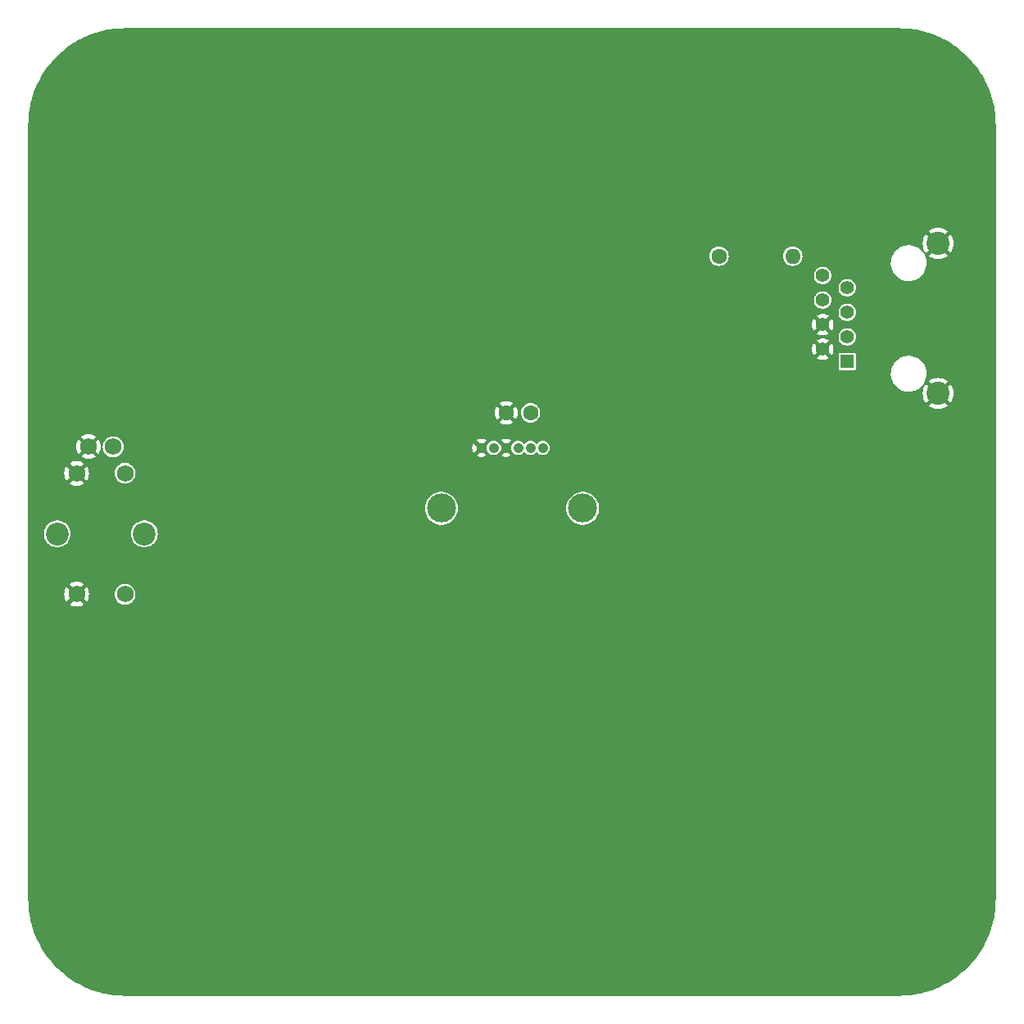
<source format=gbl>
G04 #@! TF.GenerationSoftware,KiCad,Pcbnew,7.0.1*
G04 #@! TF.CreationDate,2024-08-21T15:05:22-07:00*
G04 #@! TF.ProjectId,Dual encoder controller - left,4475616c-2065-46e6-936f-64657220636f,rev?*
G04 #@! TF.SameCoordinates,Original*
G04 #@! TF.FileFunction,Copper,L2,Bot*
G04 #@! TF.FilePolarity,Positive*
%FSLAX46Y46*%
G04 Gerber Fmt 4.6, Leading zero omitted, Abs format (unit mm)*
G04 Created by KiCad (PCBNEW 7.0.1) date 2024-08-21 15:05:22*
%MOMM*%
%LPD*%
G01*
G04 APERTURE LIST*
G04 #@! TA.AperFunction,ComponentPad*
%ADD10C,3.000000*%
G04 #@! TD*
G04 #@! TA.AperFunction,ComponentPad*
%ADD11C,1.070000*%
G04 #@! TD*
G04 #@! TA.AperFunction,WasherPad*
%ADD12C,2.362200*%
G04 #@! TD*
G04 #@! TA.AperFunction,ComponentPad*
%ADD13C,1.752600*%
G04 #@! TD*
G04 #@! TA.AperFunction,ComponentPad*
%ADD14C,1.600000*%
G04 #@! TD*
G04 #@! TA.AperFunction,ComponentPad*
%ADD15O,1.600000X1.600000*%
G04 #@! TD*
G04 #@! TA.AperFunction,ComponentPad*
%ADD16R,1.408000X1.408000*%
G04 #@! TD*
G04 #@! TA.AperFunction,ComponentPad*
%ADD17C,1.408000*%
G04 #@! TD*
G04 #@! TA.AperFunction,ComponentPad*
%ADD18C,2.400000*%
G04 #@! TD*
G04 #@! TA.AperFunction,ViaPad*
%ADD19C,0.800000*%
G04 #@! TD*
G04 APERTURE END LIST*
D10*
X172302500Y-99622300D03*
X157697500Y-99622300D03*
D11*
X168175000Y-93373900D03*
X166905000Y-93373900D03*
X165635000Y-93373900D03*
X164365000Y-93373900D03*
X163095000Y-93373900D03*
X161825000Y-93373900D03*
D12*
X118000002Y-102250000D03*
X127000000Y-102250000D03*
D13*
X120000001Y-108500000D03*
X120000001Y-96000000D03*
X125000001Y-108500000D03*
X125000001Y-96000000D03*
X121230001Y-93250000D03*
X123770001Y-93250000D03*
D14*
X186400000Y-73560000D03*
D15*
X194020000Y-73560000D03*
D16*
X199650000Y-84445000D03*
D17*
X197110000Y-83175000D03*
X199650000Y-81905000D03*
X197110000Y-80635000D03*
X199650000Y-79365000D03*
X197110000Y-78095000D03*
X199650000Y-76825000D03*
X197110000Y-75555000D03*
D18*
X209050000Y-87750000D03*
X209050000Y-72250000D03*
D14*
X164410000Y-89750000D03*
X166910000Y-89750000D03*
D19*
X198790000Y-83050000D03*
X169720000Y-95140000D03*
X142360000Y-75750000D03*
X116030000Y-100730000D03*
X134140000Y-149300000D03*
X116030000Y-93110000D03*
X140560000Y-77550000D03*
X214270000Y-97900000D03*
X197640000Y-149300000D03*
X117140000Y-143720000D03*
X174780000Y-149300000D03*
X151920000Y-149300000D03*
X194180000Y-77050000D03*
X124270000Y-102350000D03*
X116030000Y-103270000D03*
X185330000Y-75570000D03*
X116030000Y-136290000D03*
X167980000Y-94700000D03*
X116030000Y-70250000D03*
X159540000Y-50800000D03*
X116030000Y-133750000D03*
X167380000Y-72820000D03*
X182420000Y-83620000D03*
X145750000Y-74300000D03*
X171150000Y-74300000D03*
X192950000Y-75570000D03*
X187710000Y-78510000D03*
X190550000Y-71590000D03*
X124270000Y-105490000D03*
X192560000Y-50800000D03*
X168980000Y-88890000D03*
X198310000Y-85210000D03*
X131420000Y-88460000D03*
X163530000Y-74300000D03*
X124780000Y-94450000D03*
X184940000Y-50800000D03*
X189060000Y-80220000D03*
X183770000Y-85330000D03*
X192580000Y-83620000D03*
X171670000Y-83760000D03*
X211880000Y-145390000D03*
X126520000Y-149300000D03*
X182400000Y-50800000D03*
X142220000Y-77660000D03*
X168610000Y-74300000D03*
X171460000Y-88870000D03*
X169700000Y-149300000D03*
X116030000Y-115970000D03*
X213650000Y-56620000D03*
X208920000Y-147910000D03*
X177320000Y-50800000D03*
X179910000Y-86810000D03*
X116030000Y-105810000D03*
X169700000Y-50800000D03*
X174020000Y-90840000D03*
X141760000Y-50800000D03*
X214270000Y-123300000D03*
X124270000Y-98920000D03*
X208620000Y-51520000D03*
X136680000Y-50800000D03*
X123980000Y-149300000D03*
X149600000Y-72820000D03*
X116030000Y-65170000D03*
X195100000Y-149290000D03*
X201020000Y-84480000D03*
X166240000Y-77050000D03*
X170830000Y-94030000D03*
X197480000Y-86830000D03*
X202720000Y-149300000D03*
X172440000Y-92420000D03*
X187480000Y-149300000D03*
X175170000Y-75570000D03*
X187870000Y-75570000D03*
X170040000Y-85390000D03*
X157000000Y-50800000D03*
X146840000Y-149300000D03*
X116030000Y-138830000D03*
X116030000Y-82950000D03*
X180090000Y-78510000D03*
X184940000Y-149300000D03*
X190410000Y-75570000D03*
X214270000Y-90280000D03*
X131560000Y-86550000D03*
X177070000Y-85610000D03*
X162300000Y-72820000D03*
X181230000Y-85330000D03*
X123980000Y-50800000D03*
X195330000Y-78510000D03*
X198140000Y-74460000D03*
X187500000Y-83620000D03*
X179860000Y-50800000D03*
X156080000Y-77050000D03*
X161160000Y-77050000D03*
X151920000Y-50800000D03*
X125740000Y-103950000D03*
X149380000Y-149300000D03*
X214270000Y-82660000D03*
X135160000Y-82950000D03*
X155910000Y-74300000D03*
X167160000Y-149300000D03*
X116030000Y-88030000D03*
X172460000Y-72820000D03*
X170590000Y-87280000D03*
X125750000Y-100470000D03*
X144520000Y-72820000D03*
X116030000Y-98190000D03*
X159930000Y-75570000D03*
X214270000Y-138540000D03*
X169340000Y-93340000D03*
X182790000Y-75570000D03*
X175520000Y-79910000D03*
X129760000Y-88350000D03*
X214270000Y-95360000D03*
X147060000Y-72820000D03*
X179880000Y-83620000D03*
X116030000Y-90570000D03*
X168480000Y-86950000D03*
X214270000Y-92820000D03*
X202720000Y-50800000D03*
X135020000Y-84860000D03*
X116030000Y-131210000D03*
X214270000Y-125840000D03*
X168270000Y-92060000D03*
X163120000Y-92090000D03*
X172240000Y-149300000D03*
X214270000Y-133460000D03*
X159760000Y-72820000D03*
X186560000Y-77050000D03*
X190250000Y-78510000D03*
X159540000Y-149300000D03*
X140420000Y-79460000D03*
X167160000Y-50800000D03*
X205260000Y-149300000D03*
X214270000Y-115680000D03*
X188850000Y-85330000D03*
X131540000Y-90500000D03*
X152140000Y-72820000D03*
X184020000Y-77050000D03*
X214270000Y-62340000D03*
X214270000Y-67420000D03*
X157000000Y-149300000D03*
X126210000Y-93750000D03*
X126520000Y-50800000D03*
X214270000Y-128380000D03*
X126160000Y-91950000D03*
X214270000Y-69960000D03*
X152310000Y-75570000D03*
X187480000Y-50800000D03*
X116030000Y-85490000D03*
X195120000Y-83620000D03*
X144240000Y-75720000D03*
X214270000Y-102980000D03*
X178900000Y-80220000D03*
X195810000Y-73020000D03*
X190070000Y-86810000D03*
X129640000Y-86310000D03*
X214270000Y-77580000D03*
X195490000Y-75570000D03*
X160990000Y-74300000D03*
X172170000Y-85700000D03*
X135040000Y-80910000D03*
X150830000Y-74300000D03*
X139220000Y-149300000D03*
X177840000Y-87020000D03*
X116030000Y-123590000D03*
X194140000Y-80220000D03*
X136960000Y-81150000D03*
X170380000Y-92390000D03*
X129060000Y-149300000D03*
X214270000Y-120760000D03*
X138640000Y-77310000D03*
X157220000Y-72820000D03*
X178770000Y-74300000D03*
X140440000Y-75510000D03*
X214270000Y-110600000D03*
X164620000Y-50800000D03*
X197640000Y-50800000D03*
X166520000Y-86800000D03*
X133360000Y-84750000D03*
X116030000Y-80410000D03*
X131600000Y-50800000D03*
X151000000Y-77050000D03*
X167550000Y-75570000D03*
X116030000Y-60090000D03*
X133240000Y-82710000D03*
X191390000Y-85330000D03*
X177340000Y-83620000D03*
X186520000Y-80220000D03*
X168500000Y-84830000D03*
X178940000Y-77050000D03*
X131440000Y-84510000D03*
X146840000Y-50800000D03*
X148290000Y-74300000D03*
X182630000Y-78510000D03*
X116030000Y-108350000D03*
X172630000Y-75570000D03*
X171320000Y-77050000D03*
X124390000Y-91560000D03*
X163870000Y-95180000D03*
X188200000Y-71660000D03*
X126040000Y-89910000D03*
X148460000Y-77050000D03*
X172240000Y-50800000D03*
X187530000Y-86810000D03*
X211490000Y-53420000D03*
X144140000Y-77900000D03*
X171960000Y-90810000D03*
X173840000Y-88940000D03*
X175000000Y-72820000D03*
X141760000Y-149300000D03*
X138740000Y-83300000D03*
X116030000Y-113430000D03*
X173690000Y-79630000D03*
X214270000Y-118220000D03*
X182400000Y-149300000D03*
X193930000Y-85330000D03*
X214270000Y-105520000D03*
X177320000Y-149300000D03*
X201500000Y-82670000D03*
X142340000Y-79700000D03*
X173460000Y-86860000D03*
X125750000Y-97330000D03*
X153370000Y-74300000D03*
X126560000Y-95670000D03*
X136820000Y-83060000D03*
X199840000Y-86830000D03*
X145920000Y-77050000D03*
X190020000Y-50800000D03*
X178690000Y-85330000D03*
X164840000Y-72820000D03*
X157390000Y-75570000D03*
X127820000Y-92060000D03*
X166810000Y-96270000D03*
X119300000Y-146180000D03*
X116030000Y-67710000D03*
X174050000Y-83830000D03*
X195150000Y-86810000D03*
X179860000Y-149300000D03*
X175780000Y-86990000D03*
X205260000Y-50800000D03*
X116030000Y-141370000D03*
X181480000Y-77050000D03*
X182450000Y-86810000D03*
X167150000Y-88300000D03*
X200180000Y-149300000D03*
X170060000Y-83270000D03*
X149770000Y-75570000D03*
X147230000Y-75570000D03*
X171690000Y-81640000D03*
X192560000Y-149290000D03*
X162080000Y-50800000D03*
X195100000Y-50800000D03*
X176230000Y-74300000D03*
X138620000Y-81260000D03*
X136940000Y-85100000D03*
X180080000Y-72820000D03*
X175990000Y-81880000D03*
X173690000Y-74300000D03*
X181310000Y-74300000D03*
X123560000Y-108030000D03*
X175900000Y-88970000D03*
X153540000Y-77050000D03*
X116620000Y-56750000D03*
X144300000Y-149300000D03*
X214270000Y-108060000D03*
X169830000Y-90500000D03*
X189100000Y-77050000D03*
X133220000Y-86660000D03*
X143760000Y-74310000D03*
X214270000Y-64880000D03*
X169920000Y-72820000D03*
X116030000Y-128670000D03*
X214270000Y-75040000D03*
X185170000Y-78510000D03*
X214270000Y-85200000D03*
X200180000Y-50800000D03*
X173860000Y-77050000D03*
X214270000Y-136000000D03*
X127840000Y-88110000D03*
X214270000Y-113140000D03*
X185170000Y-72820000D03*
X214270000Y-87740000D03*
X183980000Y-80220000D03*
X192610000Y-86810000D03*
X154680000Y-72820000D03*
X116030000Y-75330000D03*
X134140000Y-50800000D03*
X165010000Y-75570000D03*
X177540000Y-72820000D03*
X184070000Y-74290000D03*
X121610000Y-148120000D03*
X142390000Y-73590000D03*
X192790000Y-78510000D03*
X184990000Y-86810000D03*
X184960000Y-83620000D03*
X116030000Y-121050000D03*
X158620000Y-77050000D03*
X214270000Y-100440000D03*
X176400000Y-77050000D03*
X214270000Y-72500000D03*
X116030000Y-110890000D03*
X177710000Y-75570000D03*
X174780000Y-50800000D03*
X149380000Y-50800000D03*
X136680000Y-149300000D03*
X170090000Y-75570000D03*
X133340000Y-88700000D03*
X139220000Y-50800000D03*
X135140000Y-86900000D03*
X125750000Y-107180000D03*
X158450000Y-74300000D03*
X181440000Y-80220000D03*
X214270000Y-80120000D03*
X116030000Y-72790000D03*
X180250000Y-75570000D03*
X140540000Y-81500000D03*
X131600000Y-149300000D03*
X214270000Y-59800000D03*
X182620000Y-72820000D03*
X175310000Y-85020000D03*
X129740000Y-92300000D03*
X213770000Y-142190000D03*
X162470000Y-75570000D03*
X127960000Y-90150000D03*
X138760000Y-79350000D03*
X127940000Y-94100000D03*
X196440000Y-85310000D03*
X129620000Y-90260000D03*
X154460000Y-149300000D03*
X186310000Y-85330000D03*
X173670000Y-81750000D03*
X166070000Y-74300000D03*
X168780000Y-77050000D03*
X116030000Y-118510000D03*
X191640000Y-77050000D03*
X154460000Y-50800000D03*
X177550000Y-78510000D03*
X190040000Y-83620000D03*
X116030000Y-126130000D03*
X136840000Y-79110000D03*
X162080000Y-149300000D03*
X120810000Y-51750000D03*
X118150000Y-53890000D03*
X123590000Y-96720000D03*
X193040000Y-71660000D03*
X129060000Y-50800000D03*
X191600000Y-80220000D03*
X144300000Y-50800000D03*
X116030000Y-95650000D03*
X116030000Y-77870000D03*
X165520000Y-94760000D03*
X163700000Y-77050000D03*
X116030000Y-62630000D03*
X154850000Y-75570000D03*
X164620000Y-149300000D03*
X214270000Y-130920000D03*
X190020000Y-149300000D03*
X201800000Y-86040000D03*
G04 #@! TA.AperFunction,Conductor*
G36*
X205001125Y-50000534D02*
G01*
X205413504Y-50012995D01*
X205413504Y-50013018D01*
X205413588Y-50012997D01*
X205414176Y-50013015D01*
X205605455Y-50019027D01*
X205609783Y-50019291D01*
X205957406Y-50050880D01*
X205957660Y-50050970D01*
X205957665Y-50050904D01*
X205957792Y-50050915D01*
X206218924Y-50075600D01*
X206223071Y-50076111D01*
X206554781Y-50126597D01*
X206827763Y-50169833D01*
X206831607Y-50170549D01*
X207153718Y-50239694D01*
X207154037Y-50239764D01*
X207429548Y-50301348D01*
X207433270Y-50302283D01*
X207747233Y-50389807D01*
X207747985Y-50390020D01*
X208022115Y-50469663D01*
X208025585Y-50470765D01*
X208331825Y-50576442D01*
X208332669Y-50576740D01*
X208603165Y-50674124D01*
X208606352Y-50675356D01*
X208904459Y-50798836D01*
X208905378Y-50799225D01*
X209170514Y-50913960D01*
X209173448Y-50915309D01*
X209462621Y-51056107D01*
X209463766Y-51056677D01*
X209721955Y-51188231D01*
X209724661Y-51189683D01*
X210004260Y-51347378D01*
X210005500Y-51348094D01*
X210255438Y-51495907D01*
X210257908Y-51497435D01*
X210527147Y-51671511D01*
X210528392Y-51672337D01*
X210740363Y-51816392D01*
X210768931Y-51835807D01*
X210771169Y-51837389D01*
X211029193Y-52027247D01*
X211030506Y-52028240D01*
X211260544Y-52206676D01*
X211262487Y-52208238D01*
X211508360Y-52413147D01*
X211509878Y-52414449D01*
X211597727Y-52491899D01*
X211728322Y-52607034D01*
X211730101Y-52608653D01*
X211963027Y-52827916D01*
X211964595Y-52829438D01*
X212170560Y-53035403D01*
X212172085Y-53036974D01*
X212391339Y-53269891D01*
X212392964Y-53271676D01*
X212585531Y-53490099D01*
X212586862Y-53491651D01*
X212791750Y-53737499D01*
X212793334Y-53739469D01*
X212971739Y-53969468D01*
X212972772Y-53970832D01*
X213162591Y-54228804D01*
X213164191Y-54231067D01*
X213249537Y-54356649D01*
X213327634Y-54471566D01*
X213328515Y-54472893D01*
X213465099Y-54684146D01*
X213502551Y-54742071D01*
X213504103Y-54744580D01*
X213651883Y-54994462D01*
X213652643Y-54995778D01*
X213810301Y-55275312D01*
X213811781Y-55278070D01*
X213943308Y-55536207D01*
X213943905Y-55537407D01*
X214084673Y-55826515D01*
X214086055Y-55829521D01*
X214200742Y-56094548D01*
X214201195Y-56095618D01*
X214324629Y-56393614D01*
X214325887Y-56396867D01*
X214423243Y-56667286D01*
X214423570Y-56668213D01*
X214529229Y-56974402D01*
X214530339Y-56977896D01*
X214609971Y-57251991D01*
X214610191Y-57252765D01*
X214697715Y-57566728D01*
X214698651Y-57570456D01*
X214760207Y-57845840D01*
X214760341Y-57846452D01*
X214829438Y-58168336D01*
X214830175Y-58172291D01*
X214873373Y-58445038D01*
X214873442Y-58445480D01*
X214923885Y-58776916D01*
X214924399Y-58781086D01*
X214949095Y-59042332D01*
X214949119Y-59042599D01*
X214980705Y-59390195D01*
X214980972Y-59394567D01*
X214987001Y-59586403D01*
X214987002Y-59586494D01*
X214987004Y-59586494D01*
X214999466Y-59998875D01*
X214999500Y-60001110D01*
X214999500Y-139998890D01*
X214999466Y-140001125D01*
X214987007Y-140413416D01*
X214987004Y-140413506D01*
X214980972Y-140605431D01*
X214980705Y-140609803D01*
X214949119Y-140957400D01*
X214949095Y-140957667D01*
X214924399Y-141218912D01*
X214923885Y-141223082D01*
X214873442Y-141554518D01*
X214873373Y-141554960D01*
X214830175Y-141827707D01*
X214829438Y-141831662D01*
X214760341Y-142153546D01*
X214760207Y-142154158D01*
X214698651Y-142429542D01*
X214697715Y-142433270D01*
X214610191Y-142747233D01*
X214609971Y-142748007D01*
X214530339Y-143022102D01*
X214529229Y-143025596D01*
X214423570Y-143331785D01*
X214423243Y-143332712D01*
X214325887Y-143603131D01*
X214324629Y-143606384D01*
X214201195Y-143904380D01*
X214200742Y-143905450D01*
X214086055Y-144170477D01*
X214084673Y-144173483D01*
X213943905Y-144462591D01*
X213943308Y-144463791D01*
X213811781Y-144721928D01*
X213810301Y-144724686D01*
X213652643Y-145004220D01*
X213651883Y-145005536D01*
X213504103Y-145255418D01*
X213502551Y-145257927D01*
X213328543Y-145527062D01*
X213327604Y-145528478D01*
X213164191Y-145768931D01*
X213162591Y-145771194D01*
X212972838Y-146029078D01*
X212971705Y-146030576D01*
X212793354Y-146260504D01*
X212791730Y-146262525D01*
X212586870Y-146508338D01*
X212585531Y-146509899D01*
X212392964Y-146728322D01*
X212391339Y-146730107D01*
X212172117Y-146962991D01*
X212170560Y-146964595D01*
X211964595Y-147170560D01*
X211962991Y-147172117D01*
X211730107Y-147391339D01*
X211728322Y-147392964D01*
X211509899Y-147585531D01*
X211508338Y-147586870D01*
X211262525Y-147791730D01*
X211260504Y-147793354D01*
X211030576Y-147971705D01*
X211029078Y-147972838D01*
X210771194Y-148162591D01*
X210768931Y-148164191D01*
X210528478Y-148327604D01*
X210527062Y-148328543D01*
X210257927Y-148502551D01*
X210255418Y-148504103D01*
X210005536Y-148651883D01*
X210004220Y-148652643D01*
X209724686Y-148810301D01*
X209721928Y-148811781D01*
X209463791Y-148943308D01*
X209462591Y-148943905D01*
X209173483Y-149084673D01*
X209170477Y-149086055D01*
X208905450Y-149200742D01*
X208904380Y-149201195D01*
X208606384Y-149324629D01*
X208603131Y-149325887D01*
X208332712Y-149423243D01*
X208331785Y-149423570D01*
X208025596Y-149529229D01*
X208022102Y-149530339D01*
X207748007Y-149609971D01*
X207747233Y-149610191D01*
X207433270Y-149697715D01*
X207429542Y-149698651D01*
X207154158Y-149760207D01*
X207153546Y-149760341D01*
X206831662Y-149829438D01*
X206827707Y-149830175D01*
X206554960Y-149873373D01*
X206554518Y-149873442D01*
X206223082Y-149923885D01*
X206218912Y-149924399D01*
X205957667Y-149949095D01*
X205957400Y-149949119D01*
X205609803Y-149980705D01*
X205605431Y-149980972D01*
X205413595Y-149987001D01*
X205413505Y-149987004D01*
X205001125Y-149999466D01*
X204998890Y-149999500D01*
X125001110Y-149999500D01*
X124998875Y-149999466D01*
X124586493Y-149987004D01*
X124586403Y-149987001D01*
X124394567Y-149980972D01*
X124390195Y-149980705D01*
X124042598Y-149949119D01*
X124042339Y-149949011D01*
X124042332Y-149949095D01*
X123781086Y-149924399D01*
X123776916Y-149923885D01*
X123445480Y-149873442D01*
X123445038Y-149873373D01*
X123172291Y-149830175D01*
X123168336Y-149829438D01*
X122846452Y-149760341D01*
X122845840Y-149760207D01*
X122570456Y-149698651D01*
X122566728Y-149697715D01*
X122252765Y-149610191D01*
X122251991Y-149609971D01*
X121977896Y-149530339D01*
X121974402Y-149529229D01*
X121668213Y-149423570D01*
X121667286Y-149423243D01*
X121396867Y-149325887D01*
X121393614Y-149324629D01*
X121095618Y-149201195D01*
X121094548Y-149200742D01*
X120829521Y-149086055D01*
X120826515Y-149084673D01*
X120537407Y-148943905D01*
X120536207Y-148943308D01*
X120278070Y-148811781D01*
X120275312Y-148810301D01*
X119995778Y-148652643D01*
X119994462Y-148651883D01*
X119744580Y-148504103D01*
X119742071Y-148502551D01*
X119586410Y-148401909D01*
X119472893Y-148328515D01*
X119471566Y-148327634D01*
X119356649Y-148249537D01*
X119231067Y-148164191D01*
X119228804Y-148162591D01*
X118970832Y-147972772D01*
X118969468Y-147971739D01*
X118739469Y-147793334D01*
X118737499Y-147791750D01*
X118491651Y-147586862D01*
X118490099Y-147585531D01*
X118271676Y-147392964D01*
X118269891Y-147391339D01*
X118157028Y-147285097D01*
X118036974Y-147172085D01*
X118035403Y-147170560D01*
X117829438Y-146964595D01*
X117827916Y-146963027D01*
X117608653Y-146730101D01*
X117607034Y-146728322D01*
X117414467Y-146509899D01*
X117413147Y-146508360D01*
X117208238Y-146262487D01*
X117206676Y-146260544D01*
X117028240Y-146030506D01*
X117027247Y-146029193D01*
X116837389Y-145771169D01*
X116835807Y-145768931D01*
X116816392Y-145740363D01*
X116672337Y-145528392D01*
X116671511Y-145527147D01*
X116497435Y-145257908D01*
X116495907Y-145255438D01*
X116348094Y-145005500D01*
X116347378Y-145004260D01*
X116189683Y-144724661D01*
X116188231Y-144721955D01*
X116056677Y-144463766D01*
X116056093Y-144462591D01*
X115915309Y-144173448D01*
X115913960Y-144170514D01*
X115799225Y-143905378D01*
X115798836Y-143904459D01*
X115675356Y-143606352D01*
X115674124Y-143603165D01*
X115576740Y-143332669D01*
X115576428Y-143331785D01*
X115552926Y-143263680D01*
X115470765Y-143025585D01*
X115469659Y-143022102D01*
X115390027Y-142748007D01*
X115389807Y-142747233D01*
X115302283Y-142433270D01*
X115301347Y-142429542D01*
X115239764Y-142154037D01*
X115239694Y-142153718D01*
X115170549Y-141831607D01*
X115169833Y-141827763D01*
X115126579Y-141554668D01*
X115076111Y-141223071D01*
X115075599Y-141218912D01*
X115050912Y-140957750D01*
X115019291Y-140609783D01*
X115019027Y-140605453D01*
X115012992Y-140413416D01*
X115000534Y-140001125D01*
X115000500Y-139998890D01*
X115000500Y-109532887D01*
X119249955Y-109532887D01*
X119359411Y-109609529D01*
X119561813Y-109703910D01*
X119777530Y-109761711D01*
X120000001Y-109781175D01*
X120222471Y-109761711D01*
X120438188Y-109703910D01*
X120640590Y-109609529D01*
X120750045Y-109532887D01*
X120000001Y-108782843D01*
X119249955Y-109532887D01*
X115000500Y-109532887D01*
X115000500Y-108500000D01*
X118718825Y-108500000D01*
X118738289Y-108722470D01*
X118796090Y-108938187D01*
X118890471Y-109140589D01*
X118967113Y-109250043D01*
X119717158Y-108500000D01*
X120282844Y-108500000D01*
X121032888Y-109250044D01*
X121109530Y-109140589D01*
X121203911Y-108938187D01*
X121261712Y-108722470D01*
X121281176Y-108500000D01*
X123918587Y-108500000D01*
X123937000Y-108698708D01*
X123991612Y-108890649D01*
X124080565Y-109069292D01*
X124200826Y-109228542D01*
X124200827Y-109228543D01*
X124348304Y-109362986D01*
X124517974Y-109468041D01*
X124704058Y-109540131D01*
X124900221Y-109576800D01*
X125099781Y-109576800D01*
X125295944Y-109540131D01*
X125482028Y-109468041D01*
X125651698Y-109362986D01*
X125799175Y-109228543D01*
X125919437Y-109069291D01*
X126008389Y-108890651D01*
X126063001Y-108698709D01*
X126081414Y-108500000D01*
X126063001Y-108301291D01*
X126008389Y-108109349D01*
X125919437Y-107930709D01*
X125919436Y-107930708D01*
X125919436Y-107930707D01*
X125799175Y-107771457D01*
X125651698Y-107637014D01*
X125482028Y-107531959D01*
X125295943Y-107459868D01*
X125099781Y-107423200D01*
X124900221Y-107423200D01*
X124704058Y-107459868D01*
X124517973Y-107531959D01*
X124348303Y-107637014D01*
X124200826Y-107771457D01*
X124080565Y-107930707D01*
X123991612Y-108109350D01*
X123937000Y-108301291D01*
X123918587Y-108500000D01*
X121281176Y-108500000D01*
X121261712Y-108277529D01*
X121203911Y-108061812D01*
X121109530Y-107859411D01*
X121032888Y-107749955D01*
X120282844Y-108500000D01*
X119717158Y-108500000D01*
X118967113Y-107749955D01*
X118890471Y-107859412D01*
X118796090Y-108061812D01*
X118738289Y-108277529D01*
X118718825Y-108500000D01*
X115000500Y-108500000D01*
X115000500Y-107467112D01*
X119249956Y-107467112D01*
X120000000Y-108217156D01*
X120750045Y-107467111D01*
X120640590Y-107390470D01*
X120438188Y-107296089D01*
X120222471Y-107238288D01*
X120000001Y-107218824D01*
X119777530Y-107238288D01*
X119561813Y-107296089D01*
X119359413Y-107390470D01*
X119249956Y-107467112D01*
X115000500Y-107467112D01*
X115000500Y-102250000D01*
X116613666Y-102250000D01*
X116632574Y-102478179D01*
X116688783Y-102700146D01*
X116780756Y-102909823D01*
X116905988Y-103101505D01*
X117061061Y-103269959D01*
X117241748Y-103410593D01*
X117342433Y-103465080D01*
X117443118Y-103519569D01*
X117659677Y-103593914D01*
X117885519Y-103631600D01*
X118114484Y-103631600D01*
X118114485Y-103631600D01*
X118340327Y-103593914D01*
X118556886Y-103519569D01*
X118758255Y-103410593D01*
X118938941Y-103269960D01*
X119094015Y-103101505D01*
X119219247Y-102909823D01*
X119311222Y-102700142D01*
X119367429Y-102478183D01*
X119386337Y-102250000D01*
X125613664Y-102250000D01*
X125632572Y-102478179D01*
X125688781Y-102700146D01*
X125780754Y-102909823D01*
X125905986Y-103101505D01*
X126061059Y-103269959D01*
X126241746Y-103410593D01*
X126342431Y-103465080D01*
X126443116Y-103519569D01*
X126659675Y-103593914D01*
X126885517Y-103631600D01*
X127114482Y-103631600D01*
X127114483Y-103631600D01*
X127340325Y-103593914D01*
X127556884Y-103519569D01*
X127758253Y-103410593D01*
X127938939Y-103269960D01*
X128094013Y-103101505D01*
X128219245Y-102909823D01*
X128311220Y-102700142D01*
X128367427Y-102478183D01*
X128386335Y-102250000D01*
X128367427Y-102021817D01*
X128311220Y-101799858D01*
X128219245Y-101590177D01*
X128219245Y-101590176D01*
X128094013Y-101398494D01*
X127938940Y-101230040D01*
X127758253Y-101089406D01*
X127556882Y-100980430D01*
X127340328Y-100906087D01*
X127340327Y-100906086D01*
X127340325Y-100906086D01*
X127114483Y-100868400D01*
X126885517Y-100868400D01*
X126659675Y-100906086D01*
X126659673Y-100906086D01*
X126659671Y-100906087D01*
X126443117Y-100980430D01*
X126241746Y-101089406D01*
X126061059Y-101230040D01*
X125905986Y-101398494D01*
X125780754Y-101590176D01*
X125688781Y-101799853D01*
X125632572Y-102021820D01*
X125613664Y-102250000D01*
X119386337Y-102250000D01*
X119367429Y-102021817D01*
X119311222Y-101799858D01*
X119219247Y-101590177D01*
X119219247Y-101590176D01*
X119094015Y-101398494D01*
X118938942Y-101230040D01*
X118758255Y-101089406D01*
X118556884Y-100980430D01*
X118340330Y-100906087D01*
X118340329Y-100906086D01*
X118340327Y-100906086D01*
X118114485Y-100868400D01*
X117885519Y-100868400D01*
X117659677Y-100906086D01*
X117659675Y-100906086D01*
X117659673Y-100906087D01*
X117443119Y-100980430D01*
X117241748Y-101089406D01*
X117061061Y-101230040D01*
X116905988Y-101398494D01*
X116780756Y-101590176D01*
X116688783Y-101799853D01*
X116632574Y-102021820D01*
X116613666Y-102250000D01*
X115000500Y-102250000D01*
X115000500Y-99622300D01*
X155992232Y-99622300D01*
X156011277Y-99876453D01*
X156067992Y-100124937D01*
X156161107Y-100362188D01*
X156288543Y-100582916D01*
X156447445Y-100782173D01*
X156634281Y-100955531D01*
X156844867Y-101099106D01*
X157074498Y-101209690D01*
X157318042Y-101284813D01*
X157570061Y-101322800D01*
X157570065Y-101322800D01*
X157824935Y-101322800D01*
X157824939Y-101322800D01*
X158026553Y-101292410D01*
X158076958Y-101284813D01*
X158320504Y-101209689D01*
X158550134Y-101099105D01*
X158760717Y-100955532D01*
X158947550Y-100782177D01*
X158947550Y-100782175D01*
X158947554Y-100782173D01*
X159106456Y-100582916D01*
X159106456Y-100582915D01*
X159106459Y-100582912D01*
X159233893Y-100362188D01*
X159327008Y-100124937D01*
X159383722Y-99876457D01*
X159402768Y-99622300D01*
X170597232Y-99622300D01*
X170616277Y-99876453D01*
X170672992Y-100124937D01*
X170766107Y-100362188D01*
X170893543Y-100582916D01*
X171052445Y-100782173D01*
X171239281Y-100955531D01*
X171449867Y-101099106D01*
X171679498Y-101209690D01*
X171923042Y-101284813D01*
X172175061Y-101322800D01*
X172175065Y-101322800D01*
X172429935Y-101322800D01*
X172429939Y-101322800D01*
X172631553Y-101292410D01*
X172681958Y-101284813D01*
X172925504Y-101209689D01*
X173155134Y-101099105D01*
X173365717Y-100955532D01*
X173552550Y-100782177D01*
X173552550Y-100782175D01*
X173552554Y-100782173D01*
X173711456Y-100582916D01*
X173711456Y-100582915D01*
X173711459Y-100582912D01*
X173838893Y-100362188D01*
X173932008Y-100124937D01*
X173988722Y-99876457D01*
X174007768Y-99622300D01*
X173988722Y-99368143D01*
X173932008Y-99119663D01*
X173838893Y-98882412D01*
X173711459Y-98661688D01*
X173711458Y-98661687D01*
X173711456Y-98661683D01*
X173552554Y-98462426D01*
X173365718Y-98289068D01*
X173155132Y-98145493D01*
X172925501Y-98034909D01*
X172681957Y-97959786D01*
X172429939Y-97921800D01*
X172429935Y-97921800D01*
X172175065Y-97921800D01*
X172175061Y-97921800D01*
X171923042Y-97959786D01*
X171679498Y-98034909D01*
X171449867Y-98145493D01*
X171239281Y-98289068D01*
X171052445Y-98462426D01*
X170893543Y-98661683D01*
X170766107Y-98882411D01*
X170672992Y-99119662D01*
X170616277Y-99368146D01*
X170597232Y-99622300D01*
X159402768Y-99622300D01*
X159383722Y-99368143D01*
X159327008Y-99119663D01*
X159233893Y-98882412D01*
X159106459Y-98661688D01*
X159106458Y-98661687D01*
X159106456Y-98661683D01*
X158947554Y-98462426D01*
X158760718Y-98289068D01*
X158550132Y-98145493D01*
X158320501Y-98034909D01*
X158076957Y-97959786D01*
X157824939Y-97921800D01*
X157824935Y-97921800D01*
X157570065Y-97921800D01*
X157570061Y-97921800D01*
X157318042Y-97959786D01*
X157074498Y-98034909D01*
X156844867Y-98145493D01*
X156634281Y-98289068D01*
X156447445Y-98462426D01*
X156288543Y-98661683D01*
X156161107Y-98882411D01*
X156067992Y-99119662D01*
X156011277Y-99368146D01*
X155992232Y-99622300D01*
X115000500Y-99622300D01*
X115000500Y-97032887D01*
X119249955Y-97032887D01*
X119359411Y-97109529D01*
X119561813Y-97203910D01*
X119777530Y-97261711D01*
X120000001Y-97281175D01*
X120222471Y-97261711D01*
X120438188Y-97203910D01*
X120640590Y-97109529D01*
X120750045Y-97032887D01*
X120000001Y-96282843D01*
X119249955Y-97032887D01*
X115000500Y-97032887D01*
X115000500Y-95999999D01*
X118718825Y-95999999D01*
X118738289Y-96222470D01*
X118796090Y-96438187D01*
X118890471Y-96640589D01*
X118967113Y-96750043D01*
X119717158Y-96000000D01*
X120282844Y-96000000D01*
X121032888Y-96750044D01*
X121109530Y-96640589D01*
X121203911Y-96438187D01*
X121261712Y-96222470D01*
X121281176Y-96000000D01*
X123918587Y-96000000D01*
X123937000Y-96198708D01*
X123991612Y-96390649D01*
X124080565Y-96569292D01*
X124200826Y-96728542D01*
X124200827Y-96728543D01*
X124348304Y-96862986D01*
X124517974Y-96968041D01*
X124704058Y-97040131D01*
X124900221Y-97076800D01*
X125099781Y-97076800D01*
X125295944Y-97040131D01*
X125482028Y-96968041D01*
X125651698Y-96862986D01*
X125799175Y-96728543D01*
X125919437Y-96569291D01*
X126008389Y-96390651D01*
X126063001Y-96198709D01*
X126081414Y-96000000D01*
X126063001Y-95801291D01*
X126008389Y-95609349D01*
X125919437Y-95430709D01*
X125919436Y-95430708D01*
X125919436Y-95430707D01*
X125799175Y-95271457D01*
X125651698Y-95137014D01*
X125482028Y-95031959D01*
X125295943Y-94959868D01*
X125099781Y-94923200D01*
X124900221Y-94923200D01*
X124704058Y-94959868D01*
X124517973Y-95031959D01*
X124348303Y-95137014D01*
X124200826Y-95271457D01*
X124080565Y-95430707D01*
X123991612Y-95609350D01*
X123937000Y-95801291D01*
X123918587Y-96000000D01*
X121281176Y-96000000D01*
X121281176Y-95999999D01*
X121261712Y-95777529D01*
X121203911Y-95561812D01*
X121109530Y-95359411D01*
X121032888Y-95249955D01*
X120282844Y-96000000D01*
X119717158Y-96000000D01*
X118967113Y-95249955D01*
X118890471Y-95359412D01*
X118796090Y-95561812D01*
X118738289Y-95777529D01*
X118718825Y-95999999D01*
X115000500Y-95999999D01*
X115000500Y-94967112D01*
X119249956Y-94967112D01*
X120000000Y-95717156D01*
X120750045Y-94967111D01*
X120640590Y-94890470D01*
X120438188Y-94796089D01*
X120222471Y-94738288D01*
X120000001Y-94718824D01*
X119777530Y-94738288D01*
X119561813Y-94796089D01*
X119359413Y-94890470D01*
X119249956Y-94967112D01*
X115000500Y-94967112D01*
X115000500Y-94282887D01*
X120479955Y-94282887D01*
X120589411Y-94359529D01*
X120791813Y-94453910D01*
X121007530Y-94511711D01*
X121230001Y-94531175D01*
X121452471Y-94511711D01*
X121668188Y-94453910D01*
X121870590Y-94359529D01*
X121980045Y-94282887D01*
X121230001Y-93532843D01*
X120479955Y-94282887D01*
X115000500Y-94282887D01*
X115000500Y-93250000D01*
X119948825Y-93250000D01*
X119968289Y-93472470D01*
X120026090Y-93688187D01*
X120120471Y-93890589D01*
X120197113Y-94000043D01*
X120947158Y-93250000D01*
X121512844Y-93250000D01*
X122262888Y-94000044D01*
X122339530Y-93890589D01*
X122433911Y-93688187D01*
X122491712Y-93472470D01*
X122511176Y-93250000D01*
X122511176Y-93249999D01*
X122688587Y-93249999D01*
X122707000Y-93448708D01*
X122761612Y-93640649D01*
X122850565Y-93819292D01*
X122951218Y-93952577D01*
X122970827Y-93978543D01*
X123118304Y-94112986D01*
X123287974Y-94218041D01*
X123474058Y-94290131D01*
X123670221Y-94326800D01*
X123869781Y-94326800D01*
X124065944Y-94290131D01*
X124252028Y-94218041D01*
X124342042Y-94162307D01*
X161319433Y-94162307D01*
X161354929Y-94188096D01*
X161534475Y-94268035D01*
X161726728Y-94308900D01*
X161923272Y-94308900D01*
X162115524Y-94268035D01*
X162295071Y-94188096D01*
X162330565Y-94162308D01*
X162330564Y-94162307D01*
X163859433Y-94162307D01*
X163894929Y-94188096D01*
X164074475Y-94268035D01*
X164266728Y-94308900D01*
X164463272Y-94308900D01*
X164655524Y-94268035D01*
X164835071Y-94188096D01*
X164870565Y-94162308D01*
X164365000Y-93656742D01*
X163859433Y-94162307D01*
X162330564Y-94162307D01*
X161825000Y-93656742D01*
X161319433Y-94162307D01*
X124342042Y-94162307D01*
X124421698Y-94112986D01*
X124569175Y-93978543D01*
X124689437Y-93819291D01*
X124778389Y-93640651D01*
X124833001Y-93448709D01*
X124839933Y-93373899D01*
X160884850Y-93373899D01*
X160905395Y-93569370D01*
X160966128Y-93756291D01*
X161037005Y-93879051D01*
X161542157Y-93373900D01*
X162107842Y-93373900D01*
X162420827Y-93686884D01*
X162431158Y-93699839D01*
X162516322Y-93835376D01*
X162633523Y-93952577D01*
X162773860Y-94040757D01*
X162930295Y-94095496D01*
X162930298Y-94095496D01*
X162930300Y-94095497D01*
X163095000Y-94114054D01*
X163259700Y-94095497D01*
X163259702Y-94095496D01*
X163259704Y-94095496D01*
X163416139Y-94040757D01*
X163515153Y-93978542D01*
X163556478Y-93952576D01*
X163673676Y-93835378D01*
X163758844Y-93699834D01*
X163769174Y-93686881D01*
X164082157Y-93373900D01*
X164647842Y-93373900D01*
X164960827Y-93686884D01*
X164971158Y-93699839D01*
X165056322Y-93835376D01*
X165173523Y-93952577D01*
X165313860Y-94040757D01*
X165470295Y-94095496D01*
X165470298Y-94095496D01*
X165470300Y-94095497D01*
X165635000Y-94114054D01*
X165799700Y-94095497D01*
X165799702Y-94095496D01*
X165799704Y-94095496D01*
X165956139Y-94040757D01*
X166055153Y-93978542D01*
X166096478Y-93952576D01*
X166213676Y-93835378D01*
X166213676Y-93835377D01*
X166217674Y-93831380D01*
X166250847Y-93812227D01*
X166289153Y-93812227D01*
X166322326Y-93831380D01*
X166443523Y-93952577D01*
X166583860Y-94040757D01*
X166740295Y-94095496D01*
X166740298Y-94095496D01*
X166740300Y-94095497D01*
X166905000Y-94114054D01*
X167069700Y-94095497D01*
X167069702Y-94095496D01*
X167069704Y-94095496D01*
X167226139Y-94040757D01*
X167325153Y-93978542D01*
X167366478Y-93952576D01*
X167483676Y-93835378D01*
X167483676Y-93835377D01*
X167487674Y-93831380D01*
X167520847Y-93812227D01*
X167559153Y-93812227D01*
X167592326Y-93831380D01*
X167713523Y-93952577D01*
X167853860Y-94040757D01*
X168010295Y-94095496D01*
X168010298Y-94095496D01*
X168010300Y-94095497D01*
X168175000Y-94114054D01*
X168339700Y-94095497D01*
X168339702Y-94095496D01*
X168339704Y-94095496D01*
X168496139Y-94040757D01*
X168595153Y-93978542D01*
X168636478Y-93952576D01*
X168753676Y-93835378D01*
X168841856Y-93695041D01*
X168841857Y-93695039D01*
X168896596Y-93538604D01*
X168896596Y-93538602D01*
X168896597Y-93538600D01*
X168915154Y-93373900D01*
X168896597Y-93209200D01*
X168896596Y-93209198D01*
X168896596Y-93209195D01*
X168841857Y-93052760D01*
X168753677Y-92912423D01*
X168636476Y-92795222D01*
X168496139Y-92707042D01*
X168339704Y-92652303D01*
X168175000Y-92633746D01*
X168010295Y-92652303D01*
X167853860Y-92707042D01*
X167713523Y-92795222D01*
X167592326Y-92916420D01*
X167559153Y-92935573D01*
X167520847Y-92935573D01*
X167487674Y-92916420D01*
X167366476Y-92795222D01*
X167226139Y-92707042D01*
X167069704Y-92652303D01*
X166905000Y-92633746D01*
X166740295Y-92652303D01*
X166583860Y-92707042D01*
X166443523Y-92795222D01*
X166322326Y-92916420D01*
X166289153Y-92935573D01*
X166250847Y-92935573D01*
X166217674Y-92916420D01*
X166096476Y-92795222D01*
X165956139Y-92707042D01*
X165799704Y-92652303D01*
X165635000Y-92633746D01*
X165470295Y-92652303D01*
X165313860Y-92707042D01*
X165173523Y-92795222D01*
X165056322Y-92912423D01*
X164971161Y-93047956D01*
X164960830Y-93060911D01*
X164647842Y-93373900D01*
X164082157Y-93373900D01*
X163769171Y-93060914D01*
X163758839Y-93047958D01*
X163729999Y-93002060D01*
X163673676Y-92912422D01*
X163556478Y-92795224D01*
X163556476Y-92795222D01*
X163416139Y-92707042D01*
X163259704Y-92652303D01*
X163095000Y-92633746D01*
X162930295Y-92652303D01*
X162773860Y-92707042D01*
X162633523Y-92795222D01*
X162516322Y-92912423D01*
X162431161Y-93047956D01*
X162420830Y-93060911D01*
X162107842Y-93373900D01*
X161542157Y-93373900D01*
X161037004Y-92868746D01*
X160966129Y-92991508D01*
X160905395Y-93178429D01*
X160884850Y-93373899D01*
X124839933Y-93373899D01*
X124851414Y-93250000D01*
X124833001Y-93051291D01*
X124778389Y-92859349D01*
X124689437Y-92680709D01*
X124689436Y-92680708D01*
X124689436Y-92680707D01*
X124617532Y-92585491D01*
X161319433Y-92585491D01*
X161824999Y-93091057D01*
X162330565Y-92585491D01*
X163859433Y-92585491D01*
X164364999Y-93091057D01*
X164870565Y-92585491D01*
X164835074Y-92559705D01*
X164655522Y-92479763D01*
X164463272Y-92438900D01*
X164266728Y-92438900D01*
X164074477Y-92479763D01*
X163894925Y-92559705D01*
X163859433Y-92585491D01*
X162330565Y-92585491D01*
X162295074Y-92559705D01*
X162115522Y-92479763D01*
X161923272Y-92438900D01*
X161726728Y-92438900D01*
X161534477Y-92479763D01*
X161354925Y-92559705D01*
X161319433Y-92585491D01*
X124617532Y-92585491D01*
X124569175Y-92521457D01*
X124421698Y-92387014D01*
X124252028Y-92281959D01*
X124065943Y-92209868D01*
X123869781Y-92173200D01*
X123670221Y-92173200D01*
X123474058Y-92209868D01*
X123287973Y-92281959D01*
X123118303Y-92387014D01*
X122970826Y-92521457D01*
X122850565Y-92680707D01*
X122761612Y-92859350D01*
X122707000Y-93051291D01*
X122688587Y-93249999D01*
X122511176Y-93249999D01*
X122491712Y-93027529D01*
X122433911Y-92811812D01*
X122339530Y-92609411D01*
X122262888Y-92499955D01*
X121512844Y-93250000D01*
X120947158Y-93250000D01*
X120197113Y-92499955D01*
X120120471Y-92609412D01*
X120026090Y-92811812D01*
X119968289Y-93027529D01*
X119948825Y-93250000D01*
X115000500Y-93250000D01*
X115000500Y-92217112D01*
X120479956Y-92217112D01*
X121230000Y-92967156D01*
X121980045Y-92217111D01*
X121870590Y-92140470D01*
X121668188Y-92046089D01*
X121452471Y-91988288D01*
X121230000Y-91968824D01*
X121007530Y-91988288D01*
X120791813Y-92046089D01*
X120589413Y-92140470D01*
X120479956Y-92217112D01*
X115000500Y-92217112D01*
X115000500Y-90729841D01*
X163713000Y-90729841D01*
X163872821Y-90828797D01*
X164080198Y-90909136D01*
X164298804Y-90950000D01*
X164521196Y-90950000D01*
X164739801Y-90909136D01*
X164947178Y-90828797D01*
X165106997Y-90729840D01*
X164410000Y-90032843D01*
X163713000Y-90729841D01*
X115000500Y-90729841D01*
X115000500Y-89749999D01*
X163204858Y-89749999D01*
X163225378Y-89971443D01*
X163286238Y-90185345D01*
X163385368Y-90384426D01*
X163431561Y-90445594D01*
X164127157Y-89750000D01*
X164692843Y-89750000D01*
X165388438Y-90445595D01*
X165434631Y-90384426D01*
X165533761Y-90185345D01*
X165594621Y-89971443D01*
X165615141Y-89749999D01*
X165904659Y-89749999D01*
X165923976Y-89946132D01*
X165981186Y-90134728D01*
X166008242Y-90185345D01*
X166074090Y-90308538D01*
X166199117Y-90460883D01*
X166351462Y-90585910D01*
X166525273Y-90678814D01*
X166713868Y-90736024D01*
X166910000Y-90755341D01*
X167106132Y-90736024D01*
X167294727Y-90678814D01*
X167468538Y-90585910D01*
X167620883Y-90460883D01*
X167745910Y-90308538D01*
X167838814Y-90134727D01*
X167896024Y-89946132D01*
X167915341Y-89750000D01*
X167896024Y-89553868D01*
X167838814Y-89365273D01*
X167745910Y-89191462D01*
X167620883Y-89039117D01*
X167591690Y-89015159D01*
X208067681Y-89015159D01*
X208106638Y-89048432D01*
X208321367Y-89180017D01*
X208554046Y-89276397D01*
X208798927Y-89335187D01*
X209050000Y-89354948D01*
X209301072Y-89335187D01*
X209545953Y-89276397D01*
X209778632Y-89180017D01*
X209993365Y-89048430D01*
X210032317Y-89015160D01*
X209050000Y-88032842D01*
X208067681Y-89015159D01*
X167591690Y-89015159D01*
X167468538Y-88914090D01*
X167381632Y-88867637D01*
X167294728Y-88821186D01*
X167106132Y-88763976D01*
X166910000Y-88744659D01*
X166713867Y-88763976D01*
X166525271Y-88821186D01*
X166351462Y-88914090D01*
X166199117Y-89039117D01*
X166074090Y-89191462D01*
X165981186Y-89365271D01*
X165923976Y-89553867D01*
X165904659Y-89749999D01*
X165615141Y-89749999D01*
X165594621Y-89528556D01*
X165533761Y-89314654D01*
X165434631Y-89115573D01*
X165388438Y-89054403D01*
X164692843Y-89750000D01*
X164127157Y-89750000D01*
X163431560Y-89054403D01*
X163385368Y-89115574D01*
X163286238Y-89314654D01*
X163225378Y-89528556D01*
X163204858Y-89749999D01*
X115000500Y-89749999D01*
X115000500Y-88770157D01*
X163713000Y-88770157D01*
X164409999Y-89467156D01*
X165106998Y-88770157D01*
X164947178Y-88671202D01*
X164739801Y-88590863D01*
X164521196Y-88550000D01*
X164298804Y-88550000D01*
X164080198Y-88590863D01*
X163872821Y-88671202D01*
X163713000Y-88770157D01*
X115000500Y-88770157D01*
X115000500Y-87749999D01*
X207445051Y-87749999D01*
X207464812Y-88001072D01*
X207523602Y-88245953D01*
X207619982Y-88478632D01*
X207751569Y-88693364D01*
X207784838Y-88732317D01*
X207784839Y-88732317D01*
X208767157Y-87750000D01*
X209332842Y-87750000D01*
X210315160Y-88732317D01*
X210348430Y-88693365D01*
X210480017Y-88478632D01*
X210576397Y-88245953D01*
X210635187Y-88001072D01*
X210654948Y-87749999D01*
X210635187Y-87498927D01*
X210576397Y-87254046D01*
X210480017Y-87021367D01*
X210348432Y-86806638D01*
X210315159Y-86767681D01*
X209332842Y-87750000D01*
X208767157Y-87750000D01*
X207784838Y-86767681D01*
X207751568Y-86806635D01*
X207619982Y-87021367D01*
X207523602Y-87254046D01*
X207464812Y-87498927D01*
X207445051Y-87749999D01*
X115000500Y-87749999D01*
X115000500Y-85782768D01*
X204145788Y-85782768D01*
X204175413Y-86052015D01*
X204220271Y-86223602D01*
X204243928Y-86314088D01*
X204349870Y-86563390D01*
X204490982Y-86794610D01*
X204664255Y-87002820D01*
X204865998Y-87183582D01*
X205091910Y-87333044D01*
X205224104Y-87395014D01*
X205337178Y-87448021D01*
X205596568Y-87526060D01*
X205864558Y-87565500D01*
X205864561Y-87565500D01*
X206067625Y-87565500D01*
X206067631Y-87565500D01*
X206270156Y-87550677D01*
X206534553Y-87491780D01*
X206787558Y-87395014D01*
X207023777Y-87262441D01*
X207238177Y-87096888D01*
X207426186Y-86901881D01*
X207583799Y-86681579D01*
X207684950Y-86484838D01*
X208067681Y-86484838D01*
X209049999Y-87467157D01*
X210032317Y-86484839D01*
X210032317Y-86484838D01*
X209993364Y-86451569D01*
X209778632Y-86319982D01*
X209545953Y-86223602D01*
X209301072Y-86164812D01*
X209050000Y-86145051D01*
X208798927Y-86164812D01*
X208554046Y-86223602D01*
X208321367Y-86319982D01*
X208106635Y-86451568D01*
X208067681Y-86484838D01*
X207684950Y-86484838D01*
X207707656Y-86440675D01*
X207795118Y-86184305D01*
X207844319Y-85917933D01*
X207854212Y-85647235D01*
X207824586Y-85377982D01*
X207756072Y-85115912D01*
X207650130Y-84866610D01*
X207509018Y-84635390D01*
X207335745Y-84427180D01*
X207134002Y-84246418D01*
X206908090Y-84096956D01*
X206882810Y-84085105D01*
X206662821Y-83981978D01*
X206403431Y-83903939D01*
X206135442Y-83864500D01*
X206135439Y-83864500D01*
X205932369Y-83864500D01*
X205729843Y-83879323D01*
X205729844Y-83879323D01*
X205465443Y-83938221D01*
X205212445Y-84034984D01*
X204976222Y-84167559D01*
X204761820Y-84333114D01*
X204573814Y-84528118D01*
X204416200Y-84748421D01*
X204292345Y-84989321D01*
X204204881Y-85245698D01*
X204155681Y-85512064D01*
X204145788Y-85782768D01*
X115000500Y-85782768D01*
X115000500Y-85168748D01*
X198745500Y-85168748D01*
X198757132Y-85227229D01*
X198757132Y-85227230D01*
X198757133Y-85227231D01*
X198801448Y-85293552D01*
X198867769Y-85337867D01*
X198926252Y-85349500D01*
X200373748Y-85349500D01*
X200432231Y-85337867D01*
X200498552Y-85293552D01*
X200542867Y-85227231D01*
X200554500Y-85168748D01*
X200554500Y-83721252D01*
X200542867Y-83662769D01*
X200498552Y-83596448D01*
X200432231Y-83552133D01*
X200432230Y-83552132D01*
X200432229Y-83552132D01*
X200373748Y-83540500D01*
X198926252Y-83540500D01*
X198867770Y-83552132D01*
X198801448Y-83596448D01*
X198757132Y-83662770D01*
X198745500Y-83721252D01*
X198745500Y-85168748D01*
X115000500Y-85168748D01*
X115000500Y-84085106D01*
X196482735Y-84085106D01*
X196615796Y-84167493D01*
X196806582Y-84241405D01*
X197007699Y-84279000D01*
X197212301Y-84279000D01*
X197413417Y-84241405D01*
X197604203Y-84167493D01*
X197737262Y-84085105D01*
X197110000Y-83457843D01*
X196482735Y-84085106D01*
X115000500Y-84085106D01*
X115000500Y-83175000D01*
X196001269Y-83175000D01*
X196020147Y-83378728D01*
X196076139Y-83575517D01*
X196167339Y-83758672D01*
X196200100Y-83802055D01*
X196827157Y-83175000D01*
X197392843Y-83175000D01*
X198019897Y-83802054D01*
X198052661Y-83758669D01*
X198143860Y-83575517D01*
X198199852Y-83378728D01*
X198218730Y-83175000D01*
X198199852Y-82971271D01*
X198143860Y-82774482D01*
X198052660Y-82591327D01*
X198019898Y-82547943D01*
X197392843Y-83175000D01*
X196827157Y-83175000D01*
X196200100Y-82547943D01*
X196167339Y-82591328D01*
X196076139Y-82774482D01*
X196020147Y-82971271D01*
X196001269Y-83175000D01*
X115000500Y-83175000D01*
X115000500Y-82264892D01*
X196482735Y-82264892D01*
X197109999Y-82892156D01*
X197737263Y-82264892D01*
X197604203Y-82182506D01*
X197413417Y-82108594D01*
X197212301Y-82071000D01*
X197007699Y-82071000D01*
X196806582Y-82108594D01*
X196615796Y-82182506D01*
X196482735Y-82264892D01*
X115000500Y-82264892D01*
X115000500Y-81904999D01*
X198740517Y-81904999D01*
X198760392Y-82094094D01*
X198819145Y-82274918D01*
X198914214Y-82439581D01*
X199041437Y-82580877D01*
X199195259Y-82692636D01*
X199368951Y-82769968D01*
X199368954Y-82769968D01*
X199368955Y-82769969D01*
X199554933Y-82809500D01*
X199745066Y-82809500D01*
X199745067Y-82809500D01*
X199931045Y-82769969D01*
X199931046Y-82769968D01*
X199931048Y-82769968D01*
X200104740Y-82692636D01*
X200258562Y-82580877D01*
X200385785Y-82439581D01*
X200480854Y-82274918D01*
X200539607Y-82094094D01*
X200539608Y-82094092D01*
X200559482Y-81905000D01*
X200539608Y-81715908D01*
X200484111Y-81545106D01*
X200480854Y-81535081D01*
X200385785Y-81370418D01*
X200258562Y-81229122D01*
X200104740Y-81117363D01*
X199931048Y-81040031D01*
X199791561Y-81010382D01*
X199745067Y-81000500D01*
X199554933Y-81000500D01*
X199517737Y-81008406D01*
X199368951Y-81040031D01*
X199195259Y-81117363D01*
X199041437Y-81229122D01*
X198914214Y-81370418D01*
X198819145Y-81535081D01*
X198760392Y-81715905D01*
X198740517Y-81904999D01*
X115000500Y-81904999D01*
X115000500Y-81545106D01*
X196482735Y-81545106D01*
X196615796Y-81627493D01*
X196806582Y-81701405D01*
X197007699Y-81739000D01*
X197212301Y-81739000D01*
X197413417Y-81701405D01*
X197604203Y-81627493D01*
X197737262Y-81545105D01*
X197110000Y-80917843D01*
X196482735Y-81545106D01*
X115000500Y-81545106D01*
X115000500Y-80635000D01*
X196001269Y-80635000D01*
X196020147Y-80838728D01*
X196076139Y-81035517D01*
X196167339Y-81218672D01*
X196200100Y-81262055D01*
X196827157Y-80635000D01*
X197392843Y-80635000D01*
X198019897Y-81262054D01*
X198052661Y-81218669D01*
X198143860Y-81035517D01*
X198199852Y-80838728D01*
X198218730Y-80635000D01*
X198199852Y-80431271D01*
X198143860Y-80234482D01*
X198052660Y-80051327D01*
X198019898Y-80007943D01*
X197392843Y-80635000D01*
X196827157Y-80635000D01*
X196200100Y-80007943D01*
X196167339Y-80051328D01*
X196076139Y-80234482D01*
X196020147Y-80431271D01*
X196001269Y-80635000D01*
X115000500Y-80635000D01*
X115000500Y-79724892D01*
X196482735Y-79724892D01*
X197109999Y-80352156D01*
X197737263Y-79724892D01*
X197604203Y-79642506D01*
X197413417Y-79568594D01*
X197212301Y-79531000D01*
X197007699Y-79531000D01*
X196806582Y-79568594D01*
X196615796Y-79642506D01*
X196482735Y-79724892D01*
X115000500Y-79724892D01*
X115000500Y-79365000D01*
X198740517Y-79365000D01*
X198760392Y-79554094D01*
X198819145Y-79734918D01*
X198914214Y-79899581D01*
X199041437Y-80040877D01*
X199195259Y-80152636D01*
X199368951Y-80229968D01*
X199368954Y-80229968D01*
X199368955Y-80229969D01*
X199554933Y-80269500D01*
X199745066Y-80269500D01*
X199745067Y-80269500D01*
X199931045Y-80229969D01*
X199931046Y-80229968D01*
X199931048Y-80229968D01*
X200104740Y-80152636D01*
X200258562Y-80040877D01*
X200385785Y-79899581D01*
X200480854Y-79734918D01*
X200539607Y-79554094D01*
X200539608Y-79554092D01*
X200559482Y-79365000D01*
X200539608Y-79175908D01*
X200537489Y-79169389D01*
X200480854Y-78995081D01*
X200385785Y-78830418D01*
X200258562Y-78689122D01*
X200104740Y-78577363D01*
X199931048Y-78500031D01*
X199765861Y-78464920D01*
X199745067Y-78460500D01*
X199554933Y-78460500D01*
X199534148Y-78464918D01*
X199368951Y-78500031D01*
X199195259Y-78577363D01*
X199041437Y-78689122D01*
X198914214Y-78830418D01*
X198819145Y-78995081D01*
X198760392Y-79175905D01*
X198740517Y-79365000D01*
X115000500Y-79365000D01*
X115000500Y-78095000D01*
X196200517Y-78095000D01*
X196220392Y-78284094D01*
X196279145Y-78464918D01*
X196374214Y-78629581D01*
X196501437Y-78770877D01*
X196655259Y-78882636D01*
X196828951Y-78959968D01*
X196828954Y-78959968D01*
X196828955Y-78959969D01*
X197014933Y-78999500D01*
X197205066Y-78999500D01*
X197205067Y-78999500D01*
X197391045Y-78959969D01*
X197391046Y-78959968D01*
X197391048Y-78959968D01*
X197564740Y-78882636D01*
X197718562Y-78770877D01*
X197845785Y-78629581D01*
X197875933Y-78577365D01*
X197940853Y-78464920D01*
X197999608Y-78284092D01*
X198019482Y-78095000D01*
X197999608Y-77905908D01*
X197997489Y-77899389D01*
X197940854Y-77725081D01*
X197845785Y-77560418D01*
X197718562Y-77419122D01*
X197564740Y-77307363D01*
X197391048Y-77230031D01*
X197225861Y-77194920D01*
X197205067Y-77190500D01*
X197014933Y-77190500D01*
X196994148Y-77194918D01*
X196828951Y-77230031D01*
X196655259Y-77307363D01*
X196501437Y-77419122D01*
X196374214Y-77560418D01*
X196279145Y-77725081D01*
X196220392Y-77905905D01*
X196200517Y-78095000D01*
X115000500Y-78095000D01*
X115000500Y-76825000D01*
X198740517Y-76825000D01*
X198760392Y-77014094D01*
X198819145Y-77194918D01*
X198914214Y-77359581D01*
X199041437Y-77500877D01*
X199195259Y-77612636D01*
X199368951Y-77689968D01*
X199368954Y-77689968D01*
X199368955Y-77689969D01*
X199554933Y-77729500D01*
X199745066Y-77729500D01*
X199745067Y-77729500D01*
X199931045Y-77689969D01*
X199931046Y-77689968D01*
X199931048Y-77689968D01*
X200104740Y-77612636D01*
X200258562Y-77500877D01*
X200385785Y-77359581D01*
X200415933Y-77307365D01*
X200480853Y-77194920D01*
X200539608Y-77014092D01*
X200559482Y-76825000D01*
X200539608Y-76635908D01*
X200537489Y-76629389D01*
X200480854Y-76455081D01*
X200385785Y-76290418D01*
X200258562Y-76149122D01*
X200104740Y-76037363D01*
X199931048Y-75960031D01*
X199765861Y-75924920D01*
X199745067Y-75920500D01*
X199554933Y-75920500D01*
X199534148Y-75924918D01*
X199368951Y-75960031D01*
X199195259Y-76037363D01*
X199041437Y-76149122D01*
X198914214Y-76290418D01*
X198819145Y-76455081D01*
X198760392Y-76635905D01*
X198740517Y-76825000D01*
X115000500Y-76825000D01*
X115000500Y-75554999D01*
X196200517Y-75554999D01*
X196220392Y-75744094D01*
X196279145Y-75924918D01*
X196374214Y-76089581D01*
X196501437Y-76230877D01*
X196655259Y-76342636D01*
X196828951Y-76419968D01*
X196828954Y-76419968D01*
X196828955Y-76419969D01*
X197014933Y-76459500D01*
X197205066Y-76459500D01*
X197205067Y-76459500D01*
X197391045Y-76419969D01*
X197391046Y-76419968D01*
X197391048Y-76419968D01*
X197564740Y-76342636D01*
X197718562Y-76230877D01*
X197845785Y-76089581D01*
X197861838Y-76061778D01*
X197940853Y-75924920D01*
X197999608Y-75744092D01*
X198019482Y-75555000D01*
X197999608Y-75365908D01*
X197962460Y-75251578D01*
X197940854Y-75185081D01*
X197845785Y-75020418D01*
X197718562Y-74879122D01*
X197564740Y-74767363D01*
X197391048Y-74690031D01*
X197251561Y-74660382D01*
X197205067Y-74650500D01*
X197014933Y-74650500D01*
X196977737Y-74658406D01*
X196828951Y-74690031D01*
X196655259Y-74767363D01*
X196501437Y-74879122D01*
X196374214Y-75020418D01*
X196279145Y-75185081D01*
X196220392Y-75365905D01*
X196200517Y-75554999D01*
X115000500Y-75554999D01*
X115000500Y-73560000D01*
X185394659Y-73560000D01*
X185413976Y-73756132D01*
X185471186Y-73944728D01*
X185517638Y-74031632D01*
X185564090Y-74118538D01*
X185689117Y-74270883D01*
X185841462Y-74395910D01*
X186004048Y-74482814D01*
X186013628Y-74487935D01*
X186015273Y-74488814D01*
X186203868Y-74546024D01*
X186400000Y-74565341D01*
X186596132Y-74546024D01*
X186784727Y-74488814D01*
X186958538Y-74395910D01*
X187110883Y-74270883D01*
X187235910Y-74118538D01*
X187328814Y-73944727D01*
X187386024Y-73756132D01*
X187405341Y-73560000D01*
X193014659Y-73560000D01*
X193033976Y-73756132D01*
X193091186Y-73944728D01*
X193137638Y-74031632D01*
X193184090Y-74118538D01*
X193309117Y-74270883D01*
X193461462Y-74395910D01*
X193624048Y-74482814D01*
X193633628Y-74487935D01*
X193635273Y-74488814D01*
X193823868Y-74546024D01*
X194020000Y-74565341D01*
X194216132Y-74546024D01*
X194404727Y-74488814D01*
X194578538Y-74395910D01*
X194631106Y-74352768D01*
X204145788Y-74352768D01*
X204175413Y-74622015D01*
X204242629Y-74879122D01*
X204243928Y-74884088D01*
X204349870Y-75133390D01*
X204490982Y-75364610D01*
X204664255Y-75572820D01*
X204865998Y-75753582D01*
X205091910Y-75903044D01*
X205224104Y-75965014D01*
X205337178Y-76018021D01*
X205596568Y-76096060D01*
X205864558Y-76135500D01*
X205864561Y-76135500D01*
X206067625Y-76135500D01*
X206067631Y-76135500D01*
X206270156Y-76120677D01*
X206534553Y-76061780D01*
X206787558Y-75965014D01*
X207023777Y-75832441D01*
X207238177Y-75666888D01*
X207426186Y-75471881D01*
X207583799Y-75251579D01*
X207707656Y-75010675D01*
X207795118Y-74754305D01*
X207844319Y-74487933D01*
X207854212Y-74217235D01*
X207824586Y-73947982D01*
X207756072Y-73685912D01*
X207683510Y-73515159D01*
X208067681Y-73515159D01*
X208106638Y-73548432D01*
X208321367Y-73680017D01*
X208554046Y-73776397D01*
X208798927Y-73835187D01*
X209050000Y-73854948D01*
X209301072Y-73835187D01*
X209545953Y-73776397D01*
X209778632Y-73680017D01*
X209993365Y-73548430D01*
X210032317Y-73515160D01*
X209050000Y-72532842D01*
X208067681Y-73515159D01*
X207683510Y-73515159D01*
X207650130Y-73436610D01*
X207509018Y-73205390D01*
X207335745Y-72997180D01*
X207134002Y-72816418D01*
X206908090Y-72666956D01*
X206831786Y-72631186D01*
X206662821Y-72551978D01*
X206403431Y-72473939D01*
X206135442Y-72434500D01*
X206135439Y-72434500D01*
X205932369Y-72434500D01*
X205729844Y-72449323D01*
X205497536Y-72501072D01*
X205465443Y-72508221D01*
X205212445Y-72604984D01*
X204976222Y-72737559D01*
X204761820Y-72903114D01*
X204573814Y-73098118D01*
X204416200Y-73318421D01*
X204292345Y-73559321D01*
X204204881Y-73815698D01*
X204155681Y-74082064D01*
X204155680Y-74082067D01*
X204155681Y-74082067D01*
X204148781Y-74270883D01*
X204145788Y-74352768D01*
X194631106Y-74352768D01*
X194730883Y-74270883D01*
X194855910Y-74118538D01*
X194948814Y-73944727D01*
X195006024Y-73756132D01*
X195025341Y-73560000D01*
X195006024Y-73363868D01*
X194948814Y-73175273D01*
X194855910Y-73001462D01*
X194730883Y-72849117D01*
X194578538Y-72724090D01*
X194471646Y-72666955D01*
X194404728Y-72631186D01*
X194216132Y-72573976D01*
X194020000Y-72554659D01*
X193823867Y-72573976D01*
X193635271Y-72631186D01*
X193461462Y-72724090D01*
X193309117Y-72849117D01*
X193184090Y-73001462D01*
X193091186Y-73175271D01*
X193033976Y-73363867D01*
X193014659Y-73560000D01*
X187405341Y-73560000D01*
X187386024Y-73363868D01*
X187328814Y-73175273D01*
X187235910Y-73001462D01*
X187110883Y-72849117D01*
X186958538Y-72724090D01*
X186851646Y-72666955D01*
X186784728Y-72631186D01*
X186596132Y-72573976D01*
X186400000Y-72554659D01*
X186203867Y-72573976D01*
X186015271Y-72631186D01*
X185841462Y-72724090D01*
X185689117Y-72849117D01*
X185564090Y-73001462D01*
X185471186Y-73175271D01*
X185413976Y-73363867D01*
X185394659Y-73560000D01*
X115000500Y-73560000D01*
X115000500Y-72250000D01*
X207445051Y-72250000D01*
X207464812Y-72501072D01*
X207523602Y-72745953D01*
X207619982Y-72978632D01*
X207751569Y-73193364D01*
X207784838Y-73232317D01*
X207784839Y-73232317D01*
X208767157Y-72250000D01*
X209332842Y-72250000D01*
X210315160Y-73232317D01*
X210348430Y-73193365D01*
X210480017Y-72978632D01*
X210576397Y-72745953D01*
X210635187Y-72501072D01*
X210654948Y-72250000D01*
X210635187Y-71998927D01*
X210576397Y-71754046D01*
X210480017Y-71521367D01*
X210348432Y-71306638D01*
X210315159Y-71267681D01*
X209332842Y-72250000D01*
X208767157Y-72250000D01*
X207784838Y-71267681D01*
X207751568Y-71306635D01*
X207619982Y-71521367D01*
X207523602Y-71754046D01*
X207464812Y-71998927D01*
X207445051Y-72250000D01*
X115000500Y-72250000D01*
X115000500Y-70984838D01*
X208067681Y-70984838D01*
X209049999Y-71967157D01*
X210032317Y-70984839D01*
X210032317Y-70984838D01*
X209993364Y-70951569D01*
X209778632Y-70819982D01*
X209545953Y-70723602D01*
X209301072Y-70664812D01*
X209050000Y-70645051D01*
X208798927Y-70664812D01*
X208554046Y-70723602D01*
X208321367Y-70819982D01*
X208106635Y-70951568D01*
X208067681Y-70984838D01*
X115000500Y-70984838D01*
X115000500Y-60001110D01*
X115000534Y-59998875D01*
X115012995Y-59586494D01*
X115013012Y-59586494D01*
X115012997Y-59586411D01*
X115013016Y-59585797D01*
X115019027Y-59394540D01*
X115019291Y-59390221D01*
X115050917Y-59042193D01*
X115075601Y-58781066D01*
X115076110Y-58776937D01*
X115126587Y-58445280D01*
X115169835Y-58172223D01*
X115170546Y-58168405D01*
X115239743Y-57846058D01*
X115301352Y-57570432D01*
X115302283Y-57566728D01*
X115389807Y-57252765D01*
X115389994Y-57252104D01*
X115469669Y-56977861D01*
X115470757Y-56974437D01*
X115576476Y-56668075D01*
X115576705Y-56667427D01*
X115674134Y-56396805D01*
X115675344Y-56393676D01*
X115798882Y-56095429D01*
X115799186Y-56094711D01*
X115913975Y-55829451D01*
X115915292Y-55826585D01*
X116056157Y-55537277D01*
X116056635Y-55536316D01*
X116188252Y-55278004D01*
X116189661Y-55275377D01*
X116347426Y-54995653D01*
X116348045Y-54994583D01*
X116495934Y-54744515D01*
X116497406Y-54742136D01*
X116671570Y-54472761D01*
X116672282Y-54471687D01*
X116835837Y-54231024D01*
X116837352Y-54228880D01*
X117027308Y-53970723D01*
X117028179Y-53969571D01*
X117206721Y-53739397D01*
X117208191Y-53737567D01*
X117413209Y-53491565D01*
X117414385Y-53490193D01*
X117607066Y-53271640D01*
X117608597Y-53269958D01*
X117827981Y-53036903D01*
X117829371Y-53035471D01*
X118035471Y-52829371D01*
X118036903Y-52827981D01*
X118269958Y-52608597D01*
X118271640Y-52607066D01*
X118490193Y-52414385D01*
X118491565Y-52413209D01*
X118737567Y-52208191D01*
X118739397Y-52206721D01*
X118969571Y-52028179D01*
X118970723Y-52027308D01*
X119228880Y-51837352D01*
X119231024Y-51835837D01*
X119471687Y-51672282D01*
X119472761Y-51671570D01*
X119742136Y-51497406D01*
X119744515Y-51495934D01*
X119994583Y-51348045D01*
X119995653Y-51347426D01*
X120275377Y-51189661D01*
X120278004Y-51188252D01*
X120536316Y-51056635D01*
X120537277Y-51056157D01*
X120826585Y-50915292D01*
X120829451Y-50913975D01*
X121094711Y-50799186D01*
X121095429Y-50798882D01*
X121393676Y-50675344D01*
X121396805Y-50674134D01*
X121667427Y-50576705D01*
X121668075Y-50576476D01*
X121974437Y-50470757D01*
X121977861Y-50469669D01*
X122252104Y-50389994D01*
X122252661Y-50389836D01*
X122566742Y-50302279D01*
X122570432Y-50301352D01*
X122846058Y-50239743D01*
X122846177Y-50239716D01*
X123168405Y-50170546D01*
X123172223Y-50169835D01*
X123445258Y-50126590D01*
X123776937Y-50076110D01*
X123781066Y-50075601D01*
X124042155Y-50050920D01*
X124042332Y-50050904D01*
X124042339Y-50050980D01*
X124042590Y-50050881D01*
X124390221Y-50019291D01*
X124394540Y-50019027D01*
X124585797Y-50013016D01*
X124586411Y-50012997D01*
X124586494Y-50013012D01*
X124586494Y-50012995D01*
X124998874Y-50000534D01*
X125001110Y-50000500D01*
X204998890Y-50000500D01*
X205001125Y-50000534D01*
G37*
G04 #@! TD.AperFunction*
M02*

</source>
